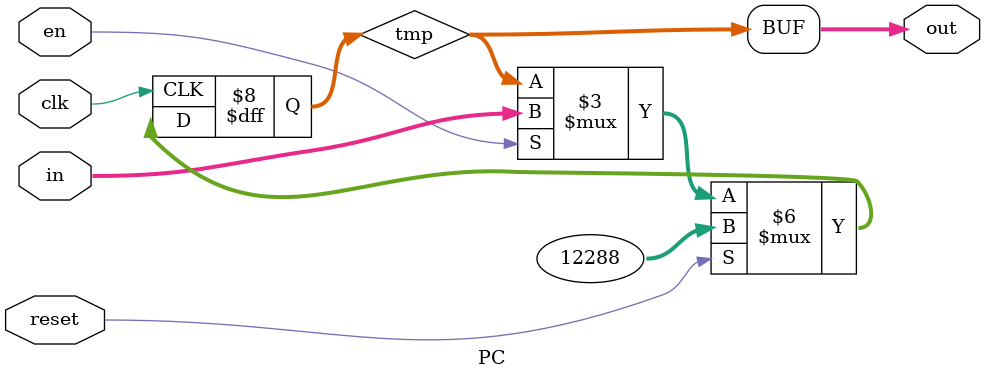
<source format=v>
`timescale 1ns / 1ps
`default_nettype none
module PC(
    input wire clk,
    input wire reset,
	 input wire en,
    input wire [31:0] in,
    output wire [31:0] out
    );
    reg [31:0] tmp = 32'h00003000;
    assign out = tmp;

    always @(posedge clk) begin
        if(reset) begin
            tmp <= 32'h00003000;
        end
        else if(en) begin
            tmp <= in;
        end
    end

endmodule


</source>
